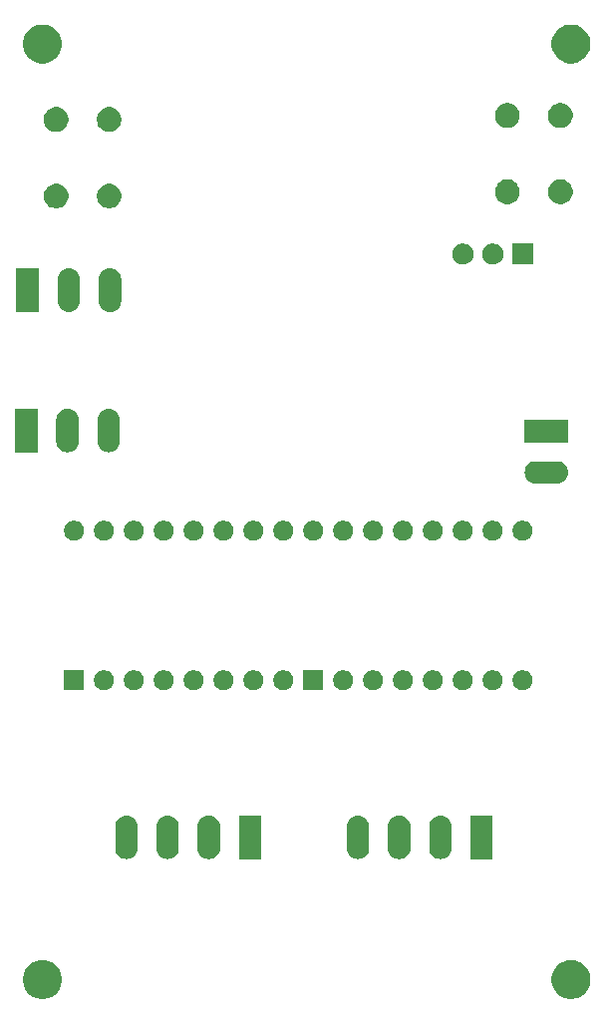
<source format=gbr>
G04 #@! TF.GenerationSoftware,KiCad,Pcbnew,(5.1.6)-1*
G04 #@! TF.CreationDate,2020-05-30T15:14:58+10:00*
G04 #@! TF.ProjectId,sand_drawing,73616e64-5f64-4726-9177-696e672e6b69,rev?*
G04 #@! TF.SameCoordinates,Original*
G04 #@! TF.FileFunction,Soldermask,Bot*
G04 #@! TF.FilePolarity,Negative*
%FSLAX46Y46*%
G04 Gerber Fmt 4.6, Leading zero omitted, Abs format (unit mm)*
G04 Created by KiCad (PCBNEW (5.1.6)-1) date 2020-05-30 15:14:58*
%MOMM*%
%LPD*%
G01*
G04 APERTURE LIST*
%ADD10C,0.100000*%
G04 APERTURE END LIST*
D10*
G36*
X146725256Y-157791298D02*
G01*
X146831579Y-157812447D01*
X147132042Y-157936903D01*
X147402451Y-158117585D01*
X147632415Y-158347549D01*
X147813097Y-158617958D01*
X147937553Y-158918421D01*
X148001000Y-159237391D01*
X148001000Y-159562609D01*
X147937553Y-159881579D01*
X147813097Y-160182042D01*
X147632415Y-160452451D01*
X147402451Y-160682415D01*
X147132042Y-160863097D01*
X146831579Y-160987553D01*
X146725256Y-161008702D01*
X146512611Y-161051000D01*
X146187389Y-161051000D01*
X145974744Y-161008702D01*
X145868421Y-160987553D01*
X145567958Y-160863097D01*
X145297549Y-160682415D01*
X145067585Y-160452451D01*
X144886903Y-160182042D01*
X144762447Y-159881579D01*
X144699000Y-159562609D01*
X144699000Y-159237391D01*
X144762447Y-158918421D01*
X144886903Y-158617958D01*
X145067585Y-158347549D01*
X145297549Y-158117585D01*
X145567958Y-157936903D01*
X145868421Y-157812447D01*
X145974744Y-157791298D01*
X146187389Y-157749000D01*
X146512611Y-157749000D01*
X146725256Y-157791298D01*
G37*
G36*
X101825256Y-157791298D02*
G01*
X101931579Y-157812447D01*
X102232042Y-157936903D01*
X102502451Y-158117585D01*
X102732415Y-158347549D01*
X102913097Y-158617958D01*
X103037553Y-158918421D01*
X103101000Y-159237391D01*
X103101000Y-159562609D01*
X103037553Y-159881579D01*
X102913097Y-160182042D01*
X102732415Y-160452451D01*
X102502451Y-160682415D01*
X102232042Y-160863097D01*
X101931579Y-160987553D01*
X101825256Y-161008702D01*
X101612611Y-161051000D01*
X101287389Y-161051000D01*
X101074744Y-161008702D01*
X100968421Y-160987553D01*
X100667958Y-160863097D01*
X100397549Y-160682415D01*
X100167585Y-160452451D01*
X99986903Y-160182042D01*
X99862447Y-159881579D01*
X99799000Y-159562609D01*
X99799000Y-159237391D01*
X99862447Y-158918421D01*
X99986903Y-158617958D01*
X100167585Y-158347549D01*
X100397549Y-158117585D01*
X100667958Y-157936903D01*
X100968421Y-157812447D01*
X101074744Y-157791298D01*
X101287389Y-157749000D01*
X101612611Y-157749000D01*
X101825256Y-157791298D01*
G37*
G36*
X115771425Y-145482760D02*
G01*
X115771428Y-145482761D01*
X115771429Y-145482761D01*
X115950693Y-145537140D01*
X115950696Y-145537142D01*
X115950697Y-145537142D01*
X116115903Y-145625446D01*
X116260712Y-145744288D01*
X116379554Y-145889097D01*
X116467858Y-146054303D01*
X116467860Y-146054307D01*
X116522239Y-146233571D01*
X116522240Y-146233575D01*
X116536000Y-146373282D01*
X116536000Y-148266718D01*
X116522240Y-148406425D01*
X116522239Y-148406428D01*
X116522239Y-148406429D01*
X116467860Y-148585693D01*
X116467858Y-148585696D01*
X116467858Y-148585697D01*
X116379554Y-148750903D01*
X116260712Y-148895712D01*
X116115903Y-149014554D01*
X115950696Y-149102858D01*
X115950692Y-149102860D01*
X115771428Y-149157239D01*
X115771427Y-149157239D01*
X115771424Y-149157240D01*
X115585000Y-149175601D01*
X115398575Y-149157240D01*
X115398572Y-149157239D01*
X115398571Y-149157239D01*
X115219307Y-149102860D01*
X115219303Y-149102858D01*
X115054097Y-149014554D01*
X114909288Y-148895712D01*
X114790446Y-148750903D01*
X114702142Y-148585696D01*
X114702141Y-148585693D01*
X114702140Y-148585692D01*
X114647761Y-148406428D01*
X114647761Y-148406427D01*
X114647760Y-148406424D01*
X114634000Y-148266717D01*
X114634000Y-146373283D01*
X114647761Y-146233575D01*
X114647762Y-146233571D01*
X114702141Y-146054307D01*
X114702143Y-146054303D01*
X114790447Y-145889097D01*
X114909289Y-145744288D01*
X115054098Y-145625446D01*
X115219304Y-145537142D01*
X115219305Y-145537142D01*
X115219308Y-145537140D01*
X115398572Y-145482761D01*
X115398573Y-145482761D01*
X115398576Y-145482760D01*
X115585000Y-145464399D01*
X115771425Y-145482760D01*
G37*
G36*
X128441425Y-145482760D02*
G01*
X128441428Y-145482761D01*
X128441429Y-145482761D01*
X128620693Y-145537140D01*
X128620696Y-145537142D01*
X128620697Y-145537142D01*
X128785903Y-145625446D01*
X128930712Y-145744288D01*
X129049554Y-145889097D01*
X129137858Y-146054303D01*
X129137860Y-146054307D01*
X129192239Y-146233571D01*
X129192240Y-146233575D01*
X129206000Y-146373282D01*
X129206000Y-148266718D01*
X129192240Y-148406425D01*
X129192239Y-148406428D01*
X129192239Y-148406429D01*
X129137860Y-148585693D01*
X129137858Y-148585696D01*
X129137858Y-148585697D01*
X129049554Y-148750903D01*
X128930712Y-148895712D01*
X128785903Y-149014554D01*
X128620696Y-149102858D01*
X128620692Y-149102860D01*
X128441428Y-149157239D01*
X128441427Y-149157239D01*
X128441424Y-149157240D01*
X128255000Y-149175601D01*
X128068575Y-149157240D01*
X128068572Y-149157239D01*
X128068571Y-149157239D01*
X127889307Y-149102860D01*
X127889303Y-149102858D01*
X127724097Y-149014554D01*
X127579288Y-148895712D01*
X127460446Y-148750903D01*
X127372142Y-148585696D01*
X127372141Y-148585693D01*
X127372140Y-148585692D01*
X127317761Y-148406428D01*
X127317761Y-148406427D01*
X127317760Y-148406424D01*
X127304000Y-148266717D01*
X127304000Y-146373283D01*
X127317761Y-146233575D01*
X127317762Y-146233571D01*
X127372141Y-146054307D01*
X127372143Y-146054303D01*
X127460447Y-145889097D01*
X127579289Y-145744288D01*
X127724098Y-145625446D01*
X127889304Y-145537142D01*
X127889305Y-145537142D01*
X127889308Y-145537140D01*
X128068572Y-145482761D01*
X128068573Y-145482761D01*
X128068576Y-145482760D01*
X128255000Y-145464399D01*
X128441425Y-145482760D01*
G37*
G36*
X131941425Y-145482760D02*
G01*
X131941428Y-145482761D01*
X131941429Y-145482761D01*
X132120693Y-145537140D01*
X132120696Y-145537142D01*
X132120697Y-145537142D01*
X132285903Y-145625446D01*
X132430712Y-145744288D01*
X132549554Y-145889097D01*
X132637858Y-146054303D01*
X132637860Y-146054307D01*
X132692239Y-146233571D01*
X132692240Y-146233575D01*
X132706000Y-146373282D01*
X132706000Y-148266718D01*
X132692240Y-148406425D01*
X132692239Y-148406428D01*
X132692239Y-148406429D01*
X132637860Y-148585693D01*
X132637858Y-148585696D01*
X132637858Y-148585697D01*
X132549554Y-148750903D01*
X132430712Y-148895712D01*
X132285903Y-149014554D01*
X132120696Y-149102858D01*
X132120692Y-149102860D01*
X131941428Y-149157239D01*
X131941427Y-149157239D01*
X131941424Y-149157240D01*
X131755000Y-149175601D01*
X131568575Y-149157240D01*
X131568572Y-149157239D01*
X131568571Y-149157239D01*
X131389307Y-149102860D01*
X131389303Y-149102858D01*
X131224097Y-149014554D01*
X131079288Y-148895712D01*
X130960446Y-148750903D01*
X130872142Y-148585696D01*
X130872141Y-148585693D01*
X130872140Y-148585692D01*
X130817761Y-148406428D01*
X130817761Y-148406427D01*
X130817760Y-148406424D01*
X130804000Y-148266717D01*
X130804000Y-146373283D01*
X130817761Y-146233575D01*
X130817762Y-146233571D01*
X130872141Y-146054307D01*
X130872143Y-146054303D01*
X130960447Y-145889097D01*
X131079289Y-145744288D01*
X131224098Y-145625446D01*
X131389304Y-145537142D01*
X131389305Y-145537142D01*
X131389308Y-145537140D01*
X131568572Y-145482761D01*
X131568573Y-145482761D01*
X131568576Y-145482760D01*
X131755000Y-145464399D01*
X131941425Y-145482760D01*
G37*
G36*
X135441425Y-145482760D02*
G01*
X135441428Y-145482761D01*
X135441429Y-145482761D01*
X135620693Y-145537140D01*
X135620696Y-145537142D01*
X135620697Y-145537142D01*
X135785903Y-145625446D01*
X135930712Y-145744288D01*
X136049554Y-145889097D01*
X136137858Y-146054303D01*
X136137860Y-146054307D01*
X136192239Y-146233571D01*
X136192240Y-146233575D01*
X136206000Y-146373282D01*
X136206000Y-148266718D01*
X136192240Y-148406425D01*
X136192239Y-148406428D01*
X136192239Y-148406429D01*
X136137860Y-148585693D01*
X136137858Y-148585696D01*
X136137858Y-148585697D01*
X136049554Y-148750903D01*
X135930712Y-148895712D01*
X135785903Y-149014554D01*
X135620696Y-149102858D01*
X135620692Y-149102860D01*
X135441428Y-149157239D01*
X135441427Y-149157239D01*
X135441424Y-149157240D01*
X135255000Y-149175601D01*
X135068575Y-149157240D01*
X135068572Y-149157239D01*
X135068571Y-149157239D01*
X134889307Y-149102860D01*
X134889303Y-149102858D01*
X134724097Y-149014554D01*
X134579288Y-148895712D01*
X134460446Y-148750903D01*
X134372142Y-148585696D01*
X134372141Y-148585693D01*
X134372140Y-148585692D01*
X134317761Y-148406428D01*
X134317761Y-148406427D01*
X134317760Y-148406424D01*
X134304000Y-148266717D01*
X134304000Y-146373283D01*
X134317761Y-146233575D01*
X134317762Y-146233571D01*
X134372141Y-146054307D01*
X134372143Y-146054303D01*
X134460447Y-145889097D01*
X134579289Y-145744288D01*
X134724098Y-145625446D01*
X134889304Y-145537142D01*
X134889305Y-145537142D01*
X134889308Y-145537140D01*
X135068572Y-145482761D01*
X135068573Y-145482761D01*
X135068576Y-145482760D01*
X135255000Y-145464399D01*
X135441425Y-145482760D01*
G37*
G36*
X108771425Y-145482760D02*
G01*
X108771428Y-145482761D01*
X108771429Y-145482761D01*
X108950693Y-145537140D01*
X108950696Y-145537142D01*
X108950697Y-145537142D01*
X109115903Y-145625446D01*
X109260712Y-145744288D01*
X109379554Y-145889097D01*
X109467858Y-146054303D01*
X109467860Y-146054307D01*
X109522239Y-146233571D01*
X109522240Y-146233575D01*
X109536000Y-146373282D01*
X109536000Y-148266718D01*
X109522240Y-148406425D01*
X109522239Y-148406428D01*
X109522239Y-148406429D01*
X109467860Y-148585693D01*
X109467858Y-148585696D01*
X109467858Y-148585697D01*
X109379554Y-148750903D01*
X109260712Y-148895712D01*
X109115903Y-149014554D01*
X108950696Y-149102858D01*
X108950692Y-149102860D01*
X108771428Y-149157239D01*
X108771427Y-149157239D01*
X108771424Y-149157240D01*
X108585000Y-149175601D01*
X108398575Y-149157240D01*
X108398572Y-149157239D01*
X108398571Y-149157239D01*
X108219307Y-149102860D01*
X108219303Y-149102858D01*
X108054097Y-149014554D01*
X107909288Y-148895712D01*
X107790446Y-148750903D01*
X107702142Y-148585696D01*
X107702141Y-148585693D01*
X107702140Y-148585692D01*
X107647761Y-148406428D01*
X107647761Y-148406427D01*
X107647760Y-148406424D01*
X107634000Y-148266717D01*
X107634000Y-146373283D01*
X107647761Y-146233575D01*
X107647762Y-146233571D01*
X107702141Y-146054307D01*
X107702143Y-146054303D01*
X107790447Y-145889097D01*
X107909289Y-145744288D01*
X108054098Y-145625446D01*
X108219304Y-145537142D01*
X108219305Y-145537142D01*
X108219308Y-145537140D01*
X108398572Y-145482761D01*
X108398573Y-145482761D01*
X108398576Y-145482760D01*
X108585000Y-145464399D01*
X108771425Y-145482760D01*
G37*
G36*
X112271425Y-145482760D02*
G01*
X112271428Y-145482761D01*
X112271429Y-145482761D01*
X112450693Y-145537140D01*
X112450696Y-145537142D01*
X112450697Y-145537142D01*
X112615903Y-145625446D01*
X112760712Y-145744288D01*
X112879554Y-145889097D01*
X112967858Y-146054303D01*
X112967860Y-146054307D01*
X113022239Y-146233571D01*
X113022240Y-146233575D01*
X113036000Y-146373282D01*
X113036000Y-148266718D01*
X113022240Y-148406425D01*
X113022239Y-148406428D01*
X113022239Y-148406429D01*
X112967860Y-148585693D01*
X112967858Y-148585696D01*
X112967858Y-148585697D01*
X112879554Y-148750903D01*
X112760712Y-148895712D01*
X112615903Y-149014554D01*
X112450696Y-149102858D01*
X112450692Y-149102860D01*
X112271428Y-149157239D01*
X112271427Y-149157239D01*
X112271424Y-149157240D01*
X112085000Y-149175601D01*
X111898575Y-149157240D01*
X111898572Y-149157239D01*
X111898571Y-149157239D01*
X111719307Y-149102860D01*
X111719303Y-149102858D01*
X111554097Y-149014554D01*
X111409288Y-148895712D01*
X111290446Y-148750903D01*
X111202142Y-148585696D01*
X111202141Y-148585693D01*
X111202140Y-148585692D01*
X111147761Y-148406428D01*
X111147761Y-148406427D01*
X111147760Y-148406424D01*
X111134000Y-148266717D01*
X111134000Y-146373283D01*
X111147761Y-146233575D01*
X111147762Y-146233571D01*
X111202141Y-146054307D01*
X111202143Y-146054303D01*
X111290447Y-145889097D01*
X111409289Y-145744288D01*
X111554098Y-145625446D01*
X111719304Y-145537142D01*
X111719305Y-145537142D01*
X111719308Y-145537140D01*
X111898572Y-145482761D01*
X111898573Y-145482761D01*
X111898576Y-145482760D01*
X112085000Y-145464399D01*
X112271425Y-145482760D01*
G37*
G36*
X139706000Y-149171000D02*
G01*
X137804000Y-149171000D01*
X137804000Y-145469000D01*
X139706000Y-145469000D01*
X139706000Y-149171000D01*
G37*
G36*
X120036000Y-149171000D02*
G01*
X118134000Y-149171000D01*
X118134000Y-145469000D01*
X120036000Y-145469000D01*
X120036000Y-149171000D01*
G37*
G36*
X117088228Y-133166703D02*
G01*
X117243100Y-133230853D01*
X117382481Y-133323985D01*
X117501015Y-133442519D01*
X117594147Y-133581900D01*
X117658297Y-133736772D01*
X117691000Y-133901184D01*
X117691000Y-134068816D01*
X117658297Y-134233228D01*
X117594147Y-134388100D01*
X117501015Y-134527481D01*
X117382481Y-134646015D01*
X117243100Y-134739147D01*
X117088228Y-134803297D01*
X116923816Y-134836000D01*
X116756184Y-134836000D01*
X116591772Y-134803297D01*
X116436900Y-134739147D01*
X116297519Y-134646015D01*
X116178985Y-134527481D01*
X116085853Y-134388100D01*
X116021703Y-134233228D01*
X115989000Y-134068816D01*
X115989000Y-133901184D01*
X116021703Y-133736772D01*
X116085853Y-133581900D01*
X116178985Y-133442519D01*
X116297519Y-133323985D01*
X116436900Y-133230853D01*
X116591772Y-133166703D01*
X116756184Y-133134000D01*
X116923816Y-133134000D01*
X117088228Y-133166703D01*
G37*
G36*
X137408228Y-133166703D02*
G01*
X137563100Y-133230853D01*
X137702481Y-133323985D01*
X137821015Y-133442519D01*
X137914147Y-133581900D01*
X137978297Y-133736772D01*
X138011000Y-133901184D01*
X138011000Y-134068816D01*
X137978297Y-134233228D01*
X137914147Y-134388100D01*
X137821015Y-134527481D01*
X137702481Y-134646015D01*
X137563100Y-134739147D01*
X137408228Y-134803297D01*
X137243816Y-134836000D01*
X137076184Y-134836000D01*
X136911772Y-134803297D01*
X136756900Y-134739147D01*
X136617519Y-134646015D01*
X136498985Y-134527481D01*
X136405853Y-134388100D01*
X136341703Y-134233228D01*
X136309000Y-134068816D01*
X136309000Y-133901184D01*
X136341703Y-133736772D01*
X136405853Y-133581900D01*
X136498985Y-133442519D01*
X136617519Y-133323985D01*
X136756900Y-133230853D01*
X136911772Y-133166703D01*
X137076184Y-133134000D01*
X137243816Y-133134000D01*
X137408228Y-133166703D01*
G37*
G36*
X142488228Y-133166703D02*
G01*
X142643100Y-133230853D01*
X142782481Y-133323985D01*
X142901015Y-133442519D01*
X142994147Y-133581900D01*
X143058297Y-133736772D01*
X143091000Y-133901184D01*
X143091000Y-134068816D01*
X143058297Y-134233228D01*
X142994147Y-134388100D01*
X142901015Y-134527481D01*
X142782481Y-134646015D01*
X142643100Y-134739147D01*
X142488228Y-134803297D01*
X142323816Y-134836000D01*
X142156184Y-134836000D01*
X141991772Y-134803297D01*
X141836900Y-134739147D01*
X141697519Y-134646015D01*
X141578985Y-134527481D01*
X141485853Y-134388100D01*
X141421703Y-134233228D01*
X141389000Y-134068816D01*
X141389000Y-133901184D01*
X141421703Y-133736772D01*
X141485853Y-133581900D01*
X141578985Y-133442519D01*
X141697519Y-133323985D01*
X141836900Y-133230853D01*
X141991772Y-133166703D01*
X142156184Y-133134000D01*
X142323816Y-133134000D01*
X142488228Y-133166703D01*
G37*
G36*
X139948228Y-133166703D02*
G01*
X140103100Y-133230853D01*
X140242481Y-133323985D01*
X140361015Y-133442519D01*
X140454147Y-133581900D01*
X140518297Y-133736772D01*
X140551000Y-133901184D01*
X140551000Y-134068816D01*
X140518297Y-134233228D01*
X140454147Y-134388100D01*
X140361015Y-134527481D01*
X140242481Y-134646015D01*
X140103100Y-134739147D01*
X139948228Y-134803297D01*
X139783816Y-134836000D01*
X139616184Y-134836000D01*
X139451772Y-134803297D01*
X139296900Y-134739147D01*
X139157519Y-134646015D01*
X139038985Y-134527481D01*
X138945853Y-134388100D01*
X138881703Y-134233228D01*
X138849000Y-134068816D01*
X138849000Y-133901184D01*
X138881703Y-133736772D01*
X138945853Y-133581900D01*
X139038985Y-133442519D01*
X139157519Y-133323985D01*
X139296900Y-133230853D01*
X139451772Y-133166703D01*
X139616184Y-133134000D01*
X139783816Y-133134000D01*
X139948228Y-133166703D01*
G37*
G36*
X104991000Y-134836000D02*
G01*
X103289000Y-134836000D01*
X103289000Y-133134000D01*
X104991000Y-133134000D01*
X104991000Y-134836000D01*
G37*
G36*
X106928228Y-133166703D02*
G01*
X107083100Y-133230853D01*
X107222481Y-133323985D01*
X107341015Y-133442519D01*
X107434147Y-133581900D01*
X107498297Y-133736772D01*
X107531000Y-133901184D01*
X107531000Y-134068816D01*
X107498297Y-134233228D01*
X107434147Y-134388100D01*
X107341015Y-134527481D01*
X107222481Y-134646015D01*
X107083100Y-134739147D01*
X106928228Y-134803297D01*
X106763816Y-134836000D01*
X106596184Y-134836000D01*
X106431772Y-134803297D01*
X106276900Y-134739147D01*
X106137519Y-134646015D01*
X106018985Y-134527481D01*
X105925853Y-134388100D01*
X105861703Y-134233228D01*
X105829000Y-134068816D01*
X105829000Y-133901184D01*
X105861703Y-133736772D01*
X105925853Y-133581900D01*
X106018985Y-133442519D01*
X106137519Y-133323985D01*
X106276900Y-133230853D01*
X106431772Y-133166703D01*
X106596184Y-133134000D01*
X106763816Y-133134000D01*
X106928228Y-133166703D01*
G37*
G36*
X109468228Y-133166703D02*
G01*
X109623100Y-133230853D01*
X109762481Y-133323985D01*
X109881015Y-133442519D01*
X109974147Y-133581900D01*
X110038297Y-133736772D01*
X110071000Y-133901184D01*
X110071000Y-134068816D01*
X110038297Y-134233228D01*
X109974147Y-134388100D01*
X109881015Y-134527481D01*
X109762481Y-134646015D01*
X109623100Y-134739147D01*
X109468228Y-134803297D01*
X109303816Y-134836000D01*
X109136184Y-134836000D01*
X108971772Y-134803297D01*
X108816900Y-134739147D01*
X108677519Y-134646015D01*
X108558985Y-134527481D01*
X108465853Y-134388100D01*
X108401703Y-134233228D01*
X108369000Y-134068816D01*
X108369000Y-133901184D01*
X108401703Y-133736772D01*
X108465853Y-133581900D01*
X108558985Y-133442519D01*
X108677519Y-133323985D01*
X108816900Y-133230853D01*
X108971772Y-133166703D01*
X109136184Y-133134000D01*
X109303816Y-133134000D01*
X109468228Y-133166703D01*
G37*
G36*
X112008228Y-133166703D02*
G01*
X112163100Y-133230853D01*
X112302481Y-133323985D01*
X112421015Y-133442519D01*
X112514147Y-133581900D01*
X112578297Y-133736772D01*
X112611000Y-133901184D01*
X112611000Y-134068816D01*
X112578297Y-134233228D01*
X112514147Y-134388100D01*
X112421015Y-134527481D01*
X112302481Y-134646015D01*
X112163100Y-134739147D01*
X112008228Y-134803297D01*
X111843816Y-134836000D01*
X111676184Y-134836000D01*
X111511772Y-134803297D01*
X111356900Y-134739147D01*
X111217519Y-134646015D01*
X111098985Y-134527481D01*
X111005853Y-134388100D01*
X110941703Y-134233228D01*
X110909000Y-134068816D01*
X110909000Y-133901184D01*
X110941703Y-133736772D01*
X111005853Y-133581900D01*
X111098985Y-133442519D01*
X111217519Y-133323985D01*
X111356900Y-133230853D01*
X111511772Y-133166703D01*
X111676184Y-133134000D01*
X111843816Y-133134000D01*
X112008228Y-133166703D01*
G37*
G36*
X114548228Y-133166703D02*
G01*
X114703100Y-133230853D01*
X114842481Y-133323985D01*
X114961015Y-133442519D01*
X115054147Y-133581900D01*
X115118297Y-133736772D01*
X115151000Y-133901184D01*
X115151000Y-134068816D01*
X115118297Y-134233228D01*
X115054147Y-134388100D01*
X114961015Y-134527481D01*
X114842481Y-134646015D01*
X114703100Y-134739147D01*
X114548228Y-134803297D01*
X114383816Y-134836000D01*
X114216184Y-134836000D01*
X114051772Y-134803297D01*
X113896900Y-134739147D01*
X113757519Y-134646015D01*
X113638985Y-134527481D01*
X113545853Y-134388100D01*
X113481703Y-134233228D01*
X113449000Y-134068816D01*
X113449000Y-133901184D01*
X113481703Y-133736772D01*
X113545853Y-133581900D01*
X113638985Y-133442519D01*
X113757519Y-133323985D01*
X113896900Y-133230853D01*
X114051772Y-133166703D01*
X114216184Y-133134000D01*
X114383816Y-133134000D01*
X114548228Y-133166703D01*
G37*
G36*
X119628228Y-133166703D02*
G01*
X119783100Y-133230853D01*
X119922481Y-133323985D01*
X120041015Y-133442519D01*
X120134147Y-133581900D01*
X120198297Y-133736772D01*
X120231000Y-133901184D01*
X120231000Y-134068816D01*
X120198297Y-134233228D01*
X120134147Y-134388100D01*
X120041015Y-134527481D01*
X119922481Y-134646015D01*
X119783100Y-134739147D01*
X119628228Y-134803297D01*
X119463816Y-134836000D01*
X119296184Y-134836000D01*
X119131772Y-134803297D01*
X118976900Y-134739147D01*
X118837519Y-134646015D01*
X118718985Y-134527481D01*
X118625853Y-134388100D01*
X118561703Y-134233228D01*
X118529000Y-134068816D01*
X118529000Y-133901184D01*
X118561703Y-133736772D01*
X118625853Y-133581900D01*
X118718985Y-133442519D01*
X118837519Y-133323985D01*
X118976900Y-133230853D01*
X119131772Y-133166703D01*
X119296184Y-133134000D01*
X119463816Y-133134000D01*
X119628228Y-133166703D01*
G37*
G36*
X122168228Y-133166703D02*
G01*
X122323100Y-133230853D01*
X122462481Y-133323985D01*
X122581015Y-133442519D01*
X122674147Y-133581900D01*
X122738297Y-133736772D01*
X122771000Y-133901184D01*
X122771000Y-134068816D01*
X122738297Y-134233228D01*
X122674147Y-134388100D01*
X122581015Y-134527481D01*
X122462481Y-134646015D01*
X122323100Y-134739147D01*
X122168228Y-134803297D01*
X122003816Y-134836000D01*
X121836184Y-134836000D01*
X121671772Y-134803297D01*
X121516900Y-134739147D01*
X121377519Y-134646015D01*
X121258985Y-134527481D01*
X121165853Y-134388100D01*
X121101703Y-134233228D01*
X121069000Y-134068816D01*
X121069000Y-133901184D01*
X121101703Y-133736772D01*
X121165853Y-133581900D01*
X121258985Y-133442519D01*
X121377519Y-133323985D01*
X121516900Y-133230853D01*
X121671772Y-133166703D01*
X121836184Y-133134000D01*
X122003816Y-133134000D01*
X122168228Y-133166703D01*
G37*
G36*
X125311000Y-134836000D02*
G01*
X123609000Y-134836000D01*
X123609000Y-133134000D01*
X125311000Y-133134000D01*
X125311000Y-134836000D01*
G37*
G36*
X127248228Y-133166703D02*
G01*
X127403100Y-133230853D01*
X127542481Y-133323985D01*
X127661015Y-133442519D01*
X127754147Y-133581900D01*
X127818297Y-133736772D01*
X127851000Y-133901184D01*
X127851000Y-134068816D01*
X127818297Y-134233228D01*
X127754147Y-134388100D01*
X127661015Y-134527481D01*
X127542481Y-134646015D01*
X127403100Y-134739147D01*
X127248228Y-134803297D01*
X127083816Y-134836000D01*
X126916184Y-134836000D01*
X126751772Y-134803297D01*
X126596900Y-134739147D01*
X126457519Y-134646015D01*
X126338985Y-134527481D01*
X126245853Y-134388100D01*
X126181703Y-134233228D01*
X126149000Y-134068816D01*
X126149000Y-133901184D01*
X126181703Y-133736772D01*
X126245853Y-133581900D01*
X126338985Y-133442519D01*
X126457519Y-133323985D01*
X126596900Y-133230853D01*
X126751772Y-133166703D01*
X126916184Y-133134000D01*
X127083816Y-133134000D01*
X127248228Y-133166703D01*
G37*
G36*
X129788228Y-133166703D02*
G01*
X129943100Y-133230853D01*
X130082481Y-133323985D01*
X130201015Y-133442519D01*
X130294147Y-133581900D01*
X130358297Y-133736772D01*
X130391000Y-133901184D01*
X130391000Y-134068816D01*
X130358297Y-134233228D01*
X130294147Y-134388100D01*
X130201015Y-134527481D01*
X130082481Y-134646015D01*
X129943100Y-134739147D01*
X129788228Y-134803297D01*
X129623816Y-134836000D01*
X129456184Y-134836000D01*
X129291772Y-134803297D01*
X129136900Y-134739147D01*
X128997519Y-134646015D01*
X128878985Y-134527481D01*
X128785853Y-134388100D01*
X128721703Y-134233228D01*
X128689000Y-134068816D01*
X128689000Y-133901184D01*
X128721703Y-133736772D01*
X128785853Y-133581900D01*
X128878985Y-133442519D01*
X128997519Y-133323985D01*
X129136900Y-133230853D01*
X129291772Y-133166703D01*
X129456184Y-133134000D01*
X129623816Y-133134000D01*
X129788228Y-133166703D01*
G37*
G36*
X134868228Y-133166703D02*
G01*
X135023100Y-133230853D01*
X135162481Y-133323985D01*
X135281015Y-133442519D01*
X135374147Y-133581900D01*
X135438297Y-133736772D01*
X135471000Y-133901184D01*
X135471000Y-134068816D01*
X135438297Y-134233228D01*
X135374147Y-134388100D01*
X135281015Y-134527481D01*
X135162481Y-134646015D01*
X135023100Y-134739147D01*
X134868228Y-134803297D01*
X134703816Y-134836000D01*
X134536184Y-134836000D01*
X134371772Y-134803297D01*
X134216900Y-134739147D01*
X134077519Y-134646015D01*
X133958985Y-134527481D01*
X133865853Y-134388100D01*
X133801703Y-134233228D01*
X133769000Y-134068816D01*
X133769000Y-133901184D01*
X133801703Y-133736772D01*
X133865853Y-133581900D01*
X133958985Y-133442519D01*
X134077519Y-133323985D01*
X134216900Y-133230853D01*
X134371772Y-133166703D01*
X134536184Y-133134000D01*
X134703816Y-133134000D01*
X134868228Y-133166703D01*
G37*
G36*
X132328228Y-133166703D02*
G01*
X132483100Y-133230853D01*
X132622481Y-133323985D01*
X132741015Y-133442519D01*
X132834147Y-133581900D01*
X132898297Y-133736772D01*
X132931000Y-133901184D01*
X132931000Y-134068816D01*
X132898297Y-134233228D01*
X132834147Y-134388100D01*
X132741015Y-134527481D01*
X132622481Y-134646015D01*
X132483100Y-134739147D01*
X132328228Y-134803297D01*
X132163816Y-134836000D01*
X131996184Y-134836000D01*
X131831772Y-134803297D01*
X131676900Y-134739147D01*
X131537519Y-134646015D01*
X131418985Y-134527481D01*
X131325853Y-134388100D01*
X131261703Y-134233228D01*
X131229000Y-134068816D01*
X131229000Y-133901184D01*
X131261703Y-133736772D01*
X131325853Y-133581900D01*
X131418985Y-133442519D01*
X131537519Y-133323985D01*
X131676900Y-133230853D01*
X131831772Y-133166703D01*
X131996184Y-133134000D01*
X132163816Y-133134000D01*
X132328228Y-133166703D01*
G37*
G36*
X114548228Y-120466703D02*
G01*
X114703100Y-120530853D01*
X114842481Y-120623985D01*
X114961015Y-120742519D01*
X115054147Y-120881900D01*
X115118297Y-121036772D01*
X115151000Y-121201184D01*
X115151000Y-121368816D01*
X115118297Y-121533228D01*
X115054147Y-121688100D01*
X114961015Y-121827481D01*
X114842481Y-121946015D01*
X114703100Y-122039147D01*
X114548228Y-122103297D01*
X114383816Y-122136000D01*
X114216184Y-122136000D01*
X114051772Y-122103297D01*
X113896900Y-122039147D01*
X113757519Y-121946015D01*
X113638985Y-121827481D01*
X113545853Y-121688100D01*
X113481703Y-121533228D01*
X113449000Y-121368816D01*
X113449000Y-121201184D01*
X113481703Y-121036772D01*
X113545853Y-120881900D01*
X113638985Y-120742519D01*
X113757519Y-120623985D01*
X113896900Y-120530853D01*
X114051772Y-120466703D01*
X114216184Y-120434000D01*
X114383816Y-120434000D01*
X114548228Y-120466703D01*
G37*
G36*
X137408228Y-120466703D02*
G01*
X137563100Y-120530853D01*
X137702481Y-120623985D01*
X137821015Y-120742519D01*
X137914147Y-120881900D01*
X137978297Y-121036772D01*
X138011000Y-121201184D01*
X138011000Y-121368816D01*
X137978297Y-121533228D01*
X137914147Y-121688100D01*
X137821015Y-121827481D01*
X137702481Y-121946015D01*
X137563100Y-122039147D01*
X137408228Y-122103297D01*
X137243816Y-122136000D01*
X137076184Y-122136000D01*
X136911772Y-122103297D01*
X136756900Y-122039147D01*
X136617519Y-121946015D01*
X136498985Y-121827481D01*
X136405853Y-121688100D01*
X136341703Y-121533228D01*
X136309000Y-121368816D01*
X136309000Y-121201184D01*
X136341703Y-121036772D01*
X136405853Y-120881900D01*
X136498985Y-120742519D01*
X136617519Y-120623985D01*
X136756900Y-120530853D01*
X136911772Y-120466703D01*
X137076184Y-120434000D01*
X137243816Y-120434000D01*
X137408228Y-120466703D01*
G37*
G36*
X139948228Y-120466703D02*
G01*
X140103100Y-120530853D01*
X140242481Y-120623985D01*
X140361015Y-120742519D01*
X140454147Y-120881900D01*
X140518297Y-121036772D01*
X140551000Y-121201184D01*
X140551000Y-121368816D01*
X140518297Y-121533228D01*
X140454147Y-121688100D01*
X140361015Y-121827481D01*
X140242481Y-121946015D01*
X140103100Y-122039147D01*
X139948228Y-122103297D01*
X139783816Y-122136000D01*
X139616184Y-122136000D01*
X139451772Y-122103297D01*
X139296900Y-122039147D01*
X139157519Y-121946015D01*
X139038985Y-121827481D01*
X138945853Y-121688100D01*
X138881703Y-121533228D01*
X138849000Y-121368816D01*
X138849000Y-121201184D01*
X138881703Y-121036772D01*
X138945853Y-120881900D01*
X139038985Y-120742519D01*
X139157519Y-120623985D01*
X139296900Y-120530853D01*
X139451772Y-120466703D01*
X139616184Y-120434000D01*
X139783816Y-120434000D01*
X139948228Y-120466703D01*
G37*
G36*
X132328228Y-120466703D02*
G01*
X132483100Y-120530853D01*
X132622481Y-120623985D01*
X132741015Y-120742519D01*
X132834147Y-120881900D01*
X132898297Y-121036772D01*
X132931000Y-121201184D01*
X132931000Y-121368816D01*
X132898297Y-121533228D01*
X132834147Y-121688100D01*
X132741015Y-121827481D01*
X132622481Y-121946015D01*
X132483100Y-122039147D01*
X132328228Y-122103297D01*
X132163816Y-122136000D01*
X131996184Y-122136000D01*
X131831772Y-122103297D01*
X131676900Y-122039147D01*
X131537519Y-121946015D01*
X131418985Y-121827481D01*
X131325853Y-121688100D01*
X131261703Y-121533228D01*
X131229000Y-121368816D01*
X131229000Y-121201184D01*
X131261703Y-121036772D01*
X131325853Y-120881900D01*
X131418985Y-120742519D01*
X131537519Y-120623985D01*
X131676900Y-120530853D01*
X131831772Y-120466703D01*
X131996184Y-120434000D01*
X132163816Y-120434000D01*
X132328228Y-120466703D01*
G37*
G36*
X142488228Y-120466703D02*
G01*
X142643100Y-120530853D01*
X142782481Y-120623985D01*
X142901015Y-120742519D01*
X142994147Y-120881900D01*
X143058297Y-121036772D01*
X143091000Y-121201184D01*
X143091000Y-121368816D01*
X143058297Y-121533228D01*
X142994147Y-121688100D01*
X142901015Y-121827481D01*
X142782481Y-121946015D01*
X142643100Y-122039147D01*
X142488228Y-122103297D01*
X142323816Y-122136000D01*
X142156184Y-122136000D01*
X141991772Y-122103297D01*
X141836900Y-122039147D01*
X141697519Y-121946015D01*
X141578985Y-121827481D01*
X141485853Y-121688100D01*
X141421703Y-121533228D01*
X141389000Y-121368816D01*
X141389000Y-121201184D01*
X141421703Y-121036772D01*
X141485853Y-120881900D01*
X141578985Y-120742519D01*
X141697519Y-120623985D01*
X141836900Y-120530853D01*
X141991772Y-120466703D01*
X142156184Y-120434000D01*
X142323816Y-120434000D01*
X142488228Y-120466703D01*
G37*
G36*
X104388228Y-120466703D02*
G01*
X104543100Y-120530853D01*
X104682481Y-120623985D01*
X104801015Y-120742519D01*
X104894147Y-120881900D01*
X104958297Y-121036772D01*
X104991000Y-121201184D01*
X104991000Y-121368816D01*
X104958297Y-121533228D01*
X104894147Y-121688100D01*
X104801015Y-121827481D01*
X104682481Y-121946015D01*
X104543100Y-122039147D01*
X104388228Y-122103297D01*
X104223816Y-122136000D01*
X104056184Y-122136000D01*
X103891772Y-122103297D01*
X103736900Y-122039147D01*
X103597519Y-121946015D01*
X103478985Y-121827481D01*
X103385853Y-121688100D01*
X103321703Y-121533228D01*
X103289000Y-121368816D01*
X103289000Y-121201184D01*
X103321703Y-121036772D01*
X103385853Y-120881900D01*
X103478985Y-120742519D01*
X103597519Y-120623985D01*
X103736900Y-120530853D01*
X103891772Y-120466703D01*
X104056184Y-120434000D01*
X104223816Y-120434000D01*
X104388228Y-120466703D01*
G37*
G36*
X129788228Y-120466703D02*
G01*
X129943100Y-120530853D01*
X130082481Y-120623985D01*
X130201015Y-120742519D01*
X130294147Y-120881900D01*
X130358297Y-121036772D01*
X130391000Y-121201184D01*
X130391000Y-121368816D01*
X130358297Y-121533228D01*
X130294147Y-121688100D01*
X130201015Y-121827481D01*
X130082481Y-121946015D01*
X129943100Y-122039147D01*
X129788228Y-122103297D01*
X129623816Y-122136000D01*
X129456184Y-122136000D01*
X129291772Y-122103297D01*
X129136900Y-122039147D01*
X128997519Y-121946015D01*
X128878985Y-121827481D01*
X128785853Y-121688100D01*
X128721703Y-121533228D01*
X128689000Y-121368816D01*
X128689000Y-121201184D01*
X128721703Y-121036772D01*
X128785853Y-120881900D01*
X128878985Y-120742519D01*
X128997519Y-120623985D01*
X129136900Y-120530853D01*
X129291772Y-120466703D01*
X129456184Y-120434000D01*
X129623816Y-120434000D01*
X129788228Y-120466703D01*
G37*
G36*
X106928228Y-120466703D02*
G01*
X107083100Y-120530853D01*
X107222481Y-120623985D01*
X107341015Y-120742519D01*
X107434147Y-120881900D01*
X107498297Y-121036772D01*
X107531000Y-121201184D01*
X107531000Y-121368816D01*
X107498297Y-121533228D01*
X107434147Y-121688100D01*
X107341015Y-121827481D01*
X107222481Y-121946015D01*
X107083100Y-122039147D01*
X106928228Y-122103297D01*
X106763816Y-122136000D01*
X106596184Y-122136000D01*
X106431772Y-122103297D01*
X106276900Y-122039147D01*
X106137519Y-121946015D01*
X106018985Y-121827481D01*
X105925853Y-121688100D01*
X105861703Y-121533228D01*
X105829000Y-121368816D01*
X105829000Y-121201184D01*
X105861703Y-121036772D01*
X105925853Y-120881900D01*
X106018985Y-120742519D01*
X106137519Y-120623985D01*
X106276900Y-120530853D01*
X106431772Y-120466703D01*
X106596184Y-120434000D01*
X106763816Y-120434000D01*
X106928228Y-120466703D01*
G37*
G36*
X127248228Y-120466703D02*
G01*
X127403100Y-120530853D01*
X127542481Y-120623985D01*
X127661015Y-120742519D01*
X127754147Y-120881900D01*
X127818297Y-121036772D01*
X127851000Y-121201184D01*
X127851000Y-121368816D01*
X127818297Y-121533228D01*
X127754147Y-121688100D01*
X127661015Y-121827481D01*
X127542481Y-121946015D01*
X127403100Y-122039147D01*
X127248228Y-122103297D01*
X127083816Y-122136000D01*
X126916184Y-122136000D01*
X126751772Y-122103297D01*
X126596900Y-122039147D01*
X126457519Y-121946015D01*
X126338985Y-121827481D01*
X126245853Y-121688100D01*
X126181703Y-121533228D01*
X126149000Y-121368816D01*
X126149000Y-121201184D01*
X126181703Y-121036772D01*
X126245853Y-120881900D01*
X126338985Y-120742519D01*
X126457519Y-120623985D01*
X126596900Y-120530853D01*
X126751772Y-120466703D01*
X126916184Y-120434000D01*
X127083816Y-120434000D01*
X127248228Y-120466703D01*
G37*
G36*
X112008228Y-120466703D02*
G01*
X112163100Y-120530853D01*
X112302481Y-120623985D01*
X112421015Y-120742519D01*
X112514147Y-120881900D01*
X112578297Y-121036772D01*
X112611000Y-121201184D01*
X112611000Y-121368816D01*
X112578297Y-121533228D01*
X112514147Y-121688100D01*
X112421015Y-121827481D01*
X112302481Y-121946015D01*
X112163100Y-122039147D01*
X112008228Y-122103297D01*
X111843816Y-122136000D01*
X111676184Y-122136000D01*
X111511772Y-122103297D01*
X111356900Y-122039147D01*
X111217519Y-121946015D01*
X111098985Y-121827481D01*
X111005853Y-121688100D01*
X110941703Y-121533228D01*
X110909000Y-121368816D01*
X110909000Y-121201184D01*
X110941703Y-121036772D01*
X111005853Y-120881900D01*
X111098985Y-120742519D01*
X111217519Y-120623985D01*
X111356900Y-120530853D01*
X111511772Y-120466703D01*
X111676184Y-120434000D01*
X111843816Y-120434000D01*
X112008228Y-120466703D01*
G37*
G36*
X117088228Y-120466703D02*
G01*
X117243100Y-120530853D01*
X117382481Y-120623985D01*
X117501015Y-120742519D01*
X117594147Y-120881900D01*
X117658297Y-121036772D01*
X117691000Y-121201184D01*
X117691000Y-121368816D01*
X117658297Y-121533228D01*
X117594147Y-121688100D01*
X117501015Y-121827481D01*
X117382481Y-121946015D01*
X117243100Y-122039147D01*
X117088228Y-122103297D01*
X116923816Y-122136000D01*
X116756184Y-122136000D01*
X116591772Y-122103297D01*
X116436900Y-122039147D01*
X116297519Y-121946015D01*
X116178985Y-121827481D01*
X116085853Y-121688100D01*
X116021703Y-121533228D01*
X115989000Y-121368816D01*
X115989000Y-121201184D01*
X116021703Y-121036772D01*
X116085853Y-120881900D01*
X116178985Y-120742519D01*
X116297519Y-120623985D01*
X116436900Y-120530853D01*
X116591772Y-120466703D01*
X116756184Y-120434000D01*
X116923816Y-120434000D01*
X117088228Y-120466703D01*
G37*
G36*
X119628228Y-120466703D02*
G01*
X119783100Y-120530853D01*
X119922481Y-120623985D01*
X120041015Y-120742519D01*
X120134147Y-120881900D01*
X120198297Y-121036772D01*
X120231000Y-121201184D01*
X120231000Y-121368816D01*
X120198297Y-121533228D01*
X120134147Y-121688100D01*
X120041015Y-121827481D01*
X119922481Y-121946015D01*
X119783100Y-122039147D01*
X119628228Y-122103297D01*
X119463816Y-122136000D01*
X119296184Y-122136000D01*
X119131772Y-122103297D01*
X118976900Y-122039147D01*
X118837519Y-121946015D01*
X118718985Y-121827481D01*
X118625853Y-121688100D01*
X118561703Y-121533228D01*
X118529000Y-121368816D01*
X118529000Y-121201184D01*
X118561703Y-121036772D01*
X118625853Y-120881900D01*
X118718985Y-120742519D01*
X118837519Y-120623985D01*
X118976900Y-120530853D01*
X119131772Y-120466703D01*
X119296184Y-120434000D01*
X119463816Y-120434000D01*
X119628228Y-120466703D01*
G37*
G36*
X134868228Y-120466703D02*
G01*
X135023100Y-120530853D01*
X135162481Y-120623985D01*
X135281015Y-120742519D01*
X135374147Y-120881900D01*
X135438297Y-121036772D01*
X135471000Y-121201184D01*
X135471000Y-121368816D01*
X135438297Y-121533228D01*
X135374147Y-121688100D01*
X135281015Y-121827481D01*
X135162481Y-121946015D01*
X135023100Y-122039147D01*
X134868228Y-122103297D01*
X134703816Y-122136000D01*
X134536184Y-122136000D01*
X134371772Y-122103297D01*
X134216900Y-122039147D01*
X134077519Y-121946015D01*
X133958985Y-121827481D01*
X133865853Y-121688100D01*
X133801703Y-121533228D01*
X133769000Y-121368816D01*
X133769000Y-121201184D01*
X133801703Y-121036772D01*
X133865853Y-120881900D01*
X133958985Y-120742519D01*
X134077519Y-120623985D01*
X134216900Y-120530853D01*
X134371772Y-120466703D01*
X134536184Y-120434000D01*
X134703816Y-120434000D01*
X134868228Y-120466703D01*
G37*
G36*
X122168228Y-120466703D02*
G01*
X122323100Y-120530853D01*
X122462481Y-120623985D01*
X122581015Y-120742519D01*
X122674147Y-120881900D01*
X122738297Y-121036772D01*
X122771000Y-121201184D01*
X122771000Y-121368816D01*
X122738297Y-121533228D01*
X122674147Y-121688100D01*
X122581015Y-121827481D01*
X122462481Y-121946015D01*
X122323100Y-122039147D01*
X122168228Y-122103297D01*
X122003816Y-122136000D01*
X121836184Y-122136000D01*
X121671772Y-122103297D01*
X121516900Y-122039147D01*
X121377519Y-121946015D01*
X121258985Y-121827481D01*
X121165853Y-121688100D01*
X121101703Y-121533228D01*
X121069000Y-121368816D01*
X121069000Y-121201184D01*
X121101703Y-121036772D01*
X121165853Y-120881900D01*
X121258985Y-120742519D01*
X121377519Y-120623985D01*
X121516900Y-120530853D01*
X121671772Y-120466703D01*
X121836184Y-120434000D01*
X122003816Y-120434000D01*
X122168228Y-120466703D01*
G37*
G36*
X124708228Y-120466703D02*
G01*
X124863100Y-120530853D01*
X125002481Y-120623985D01*
X125121015Y-120742519D01*
X125214147Y-120881900D01*
X125278297Y-121036772D01*
X125311000Y-121201184D01*
X125311000Y-121368816D01*
X125278297Y-121533228D01*
X125214147Y-121688100D01*
X125121015Y-121827481D01*
X125002481Y-121946015D01*
X124863100Y-122039147D01*
X124708228Y-122103297D01*
X124543816Y-122136000D01*
X124376184Y-122136000D01*
X124211772Y-122103297D01*
X124056900Y-122039147D01*
X123917519Y-121946015D01*
X123798985Y-121827481D01*
X123705853Y-121688100D01*
X123641703Y-121533228D01*
X123609000Y-121368816D01*
X123609000Y-121201184D01*
X123641703Y-121036772D01*
X123705853Y-120881900D01*
X123798985Y-120742519D01*
X123917519Y-120623985D01*
X124056900Y-120530853D01*
X124211772Y-120466703D01*
X124376184Y-120434000D01*
X124543816Y-120434000D01*
X124708228Y-120466703D01*
G37*
G36*
X109468228Y-120466703D02*
G01*
X109623100Y-120530853D01*
X109762481Y-120623985D01*
X109881015Y-120742519D01*
X109974147Y-120881900D01*
X110038297Y-121036772D01*
X110071000Y-121201184D01*
X110071000Y-121368816D01*
X110038297Y-121533228D01*
X109974147Y-121688100D01*
X109881015Y-121827481D01*
X109762481Y-121946015D01*
X109623100Y-122039147D01*
X109468228Y-122103297D01*
X109303816Y-122136000D01*
X109136184Y-122136000D01*
X108971772Y-122103297D01*
X108816900Y-122039147D01*
X108677519Y-121946015D01*
X108558985Y-121827481D01*
X108465853Y-121688100D01*
X108401703Y-121533228D01*
X108369000Y-121368816D01*
X108369000Y-121201184D01*
X108401703Y-121036772D01*
X108465853Y-120881900D01*
X108558985Y-120742519D01*
X108677519Y-120623985D01*
X108816900Y-120530853D01*
X108971772Y-120466703D01*
X109136184Y-120434000D01*
X109303816Y-120434000D01*
X109468228Y-120466703D01*
G37*
G36*
X145358425Y-115394760D02*
G01*
X145358428Y-115394761D01*
X145358429Y-115394761D01*
X145537693Y-115449140D01*
X145537696Y-115449142D01*
X145537697Y-115449142D01*
X145702903Y-115537446D01*
X145847712Y-115656288D01*
X145966554Y-115801097D01*
X146054858Y-115966303D01*
X146054860Y-115966307D01*
X146109239Y-116145571D01*
X146109240Y-116145575D01*
X146127601Y-116332000D01*
X146109240Y-116518425D01*
X146109239Y-116518428D01*
X146109239Y-116518429D01*
X146054860Y-116697693D01*
X146054858Y-116697696D01*
X146054858Y-116697697D01*
X145966554Y-116862903D01*
X145847712Y-117007712D01*
X145702903Y-117126554D01*
X145537697Y-117214858D01*
X145537693Y-117214860D01*
X145358429Y-117269239D01*
X145358428Y-117269239D01*
X145358425Y-117269240D01*
X145218718Y-117283000D01*
X143325282Y-117283000D01*
X143185575Y-117269240D01*
X143185572Y-117269239D01*
X143185571Y-117269239D01*
X143006307Y-117214860D01*
X143006303Y-117214858D01*
X142841097Y-117126554D01*
X142696288Y-117007712D01*
X142577446Y-116862903D01*
X142489142Y-116697697D01*
X142489142Y-116697696D01*
X142489140Y-116697693D01*
X142434761Y-116518429D01*
X142434761Y-116518428D01*
X142434760Y-116518425D01*
X142416399Y-116332000D01*
X142434760Y-116145575D01*
X142434761Y-116145571D01*
X142489140Y-115966307D01*
X142489142Y-115966303D01*
X142577446Y-115801097D01*
X142696288Y-115656288D01*
X142841097Y-115537446D01*
X143006303Y-115449142D01*
X143006304Y-115449142D01*
X143006307Y-115449140D01*
X143185571Y-115394761D01*
X143185572Y-115394761D01*
X143185575Y-115394760D01*
X143325282Y-115381000D01*
X145218718Y-115381000D01*
X145358425Y-115394760D01*
G37*
G36*
X107262424Y-110938760D02*
G01*
X107262427Y-110938761D01*
X107262428Y-110938761D01*
X107441692Y-110993140D01*
X107441695Y-110993142D01*
X107441696Y-110993142D01*
X107606903Y-111081446D01*
X107751712Y-111200288D01*
X107870554Y-111345097D01*
X107958858Y-111510303D01*
X107958860Y-111510307D01*
X107958860Y-111510308D01*
X108013240Y-111689575D01*
X108027000Y-111829282D01*
X108027000Y-113722718D01*
X108013240Y-113862425D01*
X108013239Y-113862428D01*
X108013239Y-113862429D01*
X107958860Y-114041693D01*
X107958858Y-114041696D01*
X107958858Y-114041697D01*
X107870554Y-114206903D01*
X107751712Y-114351712D01*
X107606903Y-114470554D01*
X107441697Y-114558858D01*
X107441693Y-114558860D01*
X107262429Y-114613239D01*
X107262428Y-114613239D01*
X107262425Y-114613240D01*
X107076000Y-114631601D01*
X106889576Y-114613240D01*
X106889573Y-114613239D01*
X106889572Y-114613239D01*
X106710308Y-114558860D01*
X106710304Y-114558858D01*
X106545098Y-114470554D01*
X106400289Y-114351712D01*
X106281447Y-114206903D01*
X106193143Y-114041697D01*
X106193143Y-114041696D01*
X106193141Y-114041693D01*
X106138762Y-113862429D01*
X106138762Y-113862428D01*
X106138761Y-113862425D01*
X106125000Y-113722717D01*
X106125000Y-111829283D01*
X106138760Y-111689576D01*
X106138761Y-111689572D01*
X106193140Y-111510308D01*
X106193143Y-111510303D01*
X106281446Y-111345097D01*
X106400288Y-111200288D01*
X106545097Y-111081446D01*
X106710303Y-110993142D01*
X106710304Y-110993142D01*
X106710307Y-110993140D01*
X106889571Y-110938761D01*
X106889572Y-110938761D01*
X106889575Y-110938760D01*
X107076000Y-110920399D01*
X107262424Y-110938760D01*
G37*
G36*
X103762424Y-110938760D02*
G01*
X103762427Y-110938761D01*
X103762428Y-110938761D01*
X103941692Y-110993140D01*
X103941695Y-110993142D01*
X103941696Y-110993142D01*
X104106903Y-111081446D01*
X104251712Y-111200288D01*
X104370554Y-111345097D01*
X104458858Y-111510303D01*
X104458860Y-111510307D01*
X104458860Y-111510308D01*
X104513240Y-111689575D01*
X104527000Y-111829282D01*
X104527000Y-113722718D01*
X104513240Y-113862425D01*
X104513239Y-113862428D01*
X104513239Y-113862429D01*
X104458860Y-114041693D01*
X104458858Y-114041696D01*
X104458858Y-114041697D01*
X104370554Y-114206903D01*
X104251712Y-114351712D01*
X104106903Y-114470554D01*
X103941697Y-114558858D01*
X103941693Y-114558860D01*
X103762429Y-114613239D01*
X103762428Y-114613239D01*
X103762425Y-114613240D01*
X103576000Y-114631601D01*
X103389576Y-114613240D01*
X103389573Y-114613239D01*
X103389572Y-114613239D01*
X103210308Y-114558860D01*
X103210304Y-114558858D01*
X103045098Y-114470554D01*
X102900289Y-114351712D01*
X102781447Y-114206903D01*
X102693143Y-114041697D01*
X102693143Y-114041696D01*
X102693141Y-114041693D01*
X102638762Y-113862429D01*
X102638762Y-113862428D01*
X102638761Y-113862425D01*
X102625000Y-113722717D01*
X102625000Y-111829283D01*
X102638760Y-111689576D01*
X102638761Y-111689572D01*
X102693140Y-111510308D01*
X102693143Y-111510303D01*
X102781446Y-111345097D01*
X102900288Y-111200288D01*
X103045097Y-111081446D01*
X103210303Y-110993142D01*
X103210304Y-110993142D01*
X103210307Y-110993140D01*
X103389571Y-110938761D01*
X103389572Y-110938761D01*
X103389575Y-110938760D01*
X103576000Y-110920399D01*
X103762424Y-110938760D01*
G37*
G36*
X101027000Y-114627000D02*
G01*
X99125000Y-114627000D01*
X99125000Y-110925000D01*
X101027000Y-110925000D01*
X101027000Y-114627000D01*
G37*
G36*
X146123000Y-113783000D02*
G01*
X142421000Y-113783000D01*
X142421000Y-111881000D01*
X146123000Y-111881000D01*
X146123000Y-113783000D01*
G37*
G36*
X103874424Y-99016000D02*
G01*
X103874427Y-99016001D01*
X103874428Y-99016001D01*
X104053692Y-99070380D01*
X104053695Y-99070382D01*
X104053696Y-99070382D01*
X104218903Y-99158686D01*
X104363712Y-99277528D01*
X104482554Y-99422337D01*
X104570858Y-99587543D01*
X104570860Y-99587547D01*
X104570860Y-99587548D01*
X104625240Y-99766815D01*
X104639000Y-99906522D01*
X104639000Y-101799958D01*
X104625240Y-101939665D01*
X104625239Y-101939668D01*
X104625239Y-101939669D01*
X104570860Y-102118933D01*
X104570858Y-102118936D01*
X104570858Y-102118937D01*
X104482554Y-102284143D01*
X104363712Y-102428952D01*
X104218903Y-102547794D01*
X104053697Y-102636098D01*
X104053693Y-102636100D01*
X103874429Y-102690479D01*
X103874428Y-102690479D01*
X103874425Y-102690480D01*
X103688000Y-102708841D01*
X103501576Y-102690480D01*
X103501573Y-102690479D01*
X103501572Y-102690479D01*
X103322308Y-102636100D01*
X103322304Y-102636098D01*
X103157098Y-102547794D01*
X103012289Y-102428952D01*
X102893447Y-102284143D01*
X102805143Y-102118937D01*
X102805143Y-102118936D01*
X102805141Y-102118933D01*
X102750762Y-101939669D01*
X102750762Y-101939668D01*
X102750761Y-101939665D01*
X102737000Y-101799957D01*
X102737000Y-99906523D01*
X102750760Y-99766816D01*
X102750761Y-99766812D01*
X102805140Y-99587548D01*
X102805143Y-99587543D01*
X102893446Y-99422337D01*
X103012288Y-99277528D01*
X103157097Y-99158686D01*
X103322303Y-99070382D01*
X103322304Y-99070382D01*
X103322307Y-99070380D01*
X103501571Y-99016001D01*
X103501572Y-99016001D01*
X103501575Y-99016000D01*
X103688000Y-98997639D01*
X103874424Y-99016000D01*
G37*
G36*
X107374424Y-99016000D02*
G01*
X107374427Y-99016001D01*
X107374428Y-99016001D01*
X107553692Y-99070380D01*
X107553695Y-99070382D01*
X107553696Y-99070382D01*
X107718903Y-99158686D01*
X107863712Y-99277528D01*
X107982554Y-99422337D01*
X108070858Y-99587543D01*
X108070860Y-99587547D01*
X108070860Y-99587548D01*
X108125240Y-99766815D01*
X108139000Y-99906522D01*
X108139000Y-101799958D01*
X108125240Y-101939665D01*
X108125239Y-101939668D01*
X108125239Y-101939669D01*
X108070860Y-102118933D01*
X108070858Y-102118936D01*
X108070858Y-102118937D01*
X107982554Y-102284143D01*
X107863712Y-102428952D01*
X107718903Y-102547794D01*
X107553697Y-102636098D01*
X107553693Y-102636100D01*
X107374429Y-102690479D01*
X107374428Y-102690479D01*
X107374425Y-102690480D01*
X107188000Y-102708841D01*
X107001576Y-102690480D01*
X107001573Y-102690479D01*
X107001572Y-102690479D01*
X106822308Y-102636100D01*
X106822304Y-102636098D01*
X106657098Y-102547794D01*
X106512289Y-102428952D01*
X106393447Y-102284143D01*
X106305143Y-102118937D01*
X106305143Y-102118936D01*
X106305141Y-102118933D01*
X106250762Y-101939669D01*
X106250762Y-101939668D01*
X106250761Y-101939665D01*
X106237000Y-101799957D01*
X106237000Y-99906523D01*
X106250760Y-99766816D01*
X106250761Y-99766812D01*
X106305140Y-99587548D01*
X106305143Y-99587543D01*
X106393446Y-99422337D01*
X106512288Y-99277528D01*
X106657097Y-99158686D01*
X106822303Y-99070382D01*
X106822304Y-99070382D01*
X106822307Y-99070380D01*
X107001571Y-99016001D01*
X107001572Y-99016001D01*
X107001575Y-99016000D01*
X107188000Y-98997639D01*
X107374424Y-99016000D01*
G37*
G36*
X101139000Y-102704240D02*
G01*
X99237000Y-102704240D01*
X99237000Y-99002240D01*
X101139000Y-99002240D01*
X101139000Y-102704240D01*
G37*
G36*
X137273512Y-96893927D02*
G01*
X137422812Y-96923624D01*
X137586784Y-96991544D01*
X137734354Y-97090147D01*
X137859853Y-97215646D01*
X137958456Y-97363216D01*
X138026376Y-97527188D01*
X138061000Y-97701259D01*
X138061000Y-97878741D01*
X138026376Y-98052812D01*
X137958456Y-98216784D01*
X137859853Y-98364354D01*
X137734354Y-98489853D01*
X137586784Y-98588456D01*
X137422812Y-98656376D01*
X137273512Y-98686073D01*
X137248742Y-98691000D01*
X137071258Y-98691000D01*
X137046488Y-98686073D01*
X136897188Y-98656376D01*
X136733216Y-98588456D01*
X136585646Y-98489853D01*
X136460147Y-98364354D01*
X136361544Y-98216784D01*
X136293624Y-98052812D01*
X136259000Y-97878741D01*
X136259000Y-97701259D01*
X136293624Y-97527188D01*
X136361544Y-97363216D01*
X136460147Y-97215646D01*
X136585646Y-97090147D01*
X136733216Y-96991544D01*
X136897188Y-96923624D01*
X137046488Y-96893927D01*
X137071258Y-96889000D01*
X137248742Y-96889000D01*
X137273512Y-96893927D01*
G37*
G36*
X139813512Y-96893927D02*
G01*
X139962812Y-96923624D01*
X140126784Y-96991544D01*
X140274354Y-97090147D01*
X140399853Y-97215646D01*
X140498456Y-97363216D01*
X140566376Y-97527188D01*
X140601000Y-97701259D01*
X140601000Y-97878741D01*
X140566376Y-98052812D01*
X140498456Y-98216784D01*
X140399853Y-98364354D01*
X140274354Y-98489853D01*
X140126784Y-98588456D01*
X139962812Y-98656376D01*
X139813512Y-98686073D01*
X139788742Y-98691000D01*
X139611258Y-98691000D01*
X139586488Y-98686073D01*
X139437188Y-98656376D01*
X139273216Y-98588456D01*
X139125646Y-98489853D01*
X139000147Y-98364354D01*
X138901544Y-98216784D01*
X138833624Y-98052812D01*
X138799000Y-97878741D01*
X138799000Y-97701259D01*
X138833624Y-97527188D01*
X138901544Y-97363216D01*
X139000147Y-97215646D01*
X139125646Y-97090147D01*
X139273216Y-96991544D01*
X139437188Y-96923624D01*
X139586488Y-96893927D01*
X139611258Y-96889000D01*
X139788742Y-96889000D01*
X139813512Y-96893927D01*
G37*
G36*
X143141000Y-98691000D02*
G01*
X141339000Y-98691000D01*
X141339000Y-96889000D01*
X143141000Y-96889000D01*
X143141000Y-98691000D01*
G37*
G36*
X102922564Y-91849389D02*
G01*
X103113833Y-91928615D01*
X103113835Y-91928616D01*
X103238875Y-92012165D01*
X103285973Y-92043635D01*
X103432365Y-92190027D01*
X103547385Y-92362167D01*
X103626611Y-92553436D01*
X103667000Y-92756484D01*
X103667000Y-92963516D01*
X103626611Y-93166564D01*
X103560419Y-93326365D01*
X103547384Y-93357835D01*
X103432365Y-93529973D01*
X103285973Y-93676365D01*
X103113835Y-93791384D01*
X103113834Y-93791385D01*
X103113833Y-93791385D01*
X102922564Y-93870611D01*
X102719516Y-93911000D01*
X102512484Y-93911000D01*
X102309436Y-93870611D01*
X102118167Y-93791385D01*
X102118166Y-93791385D01*
X102118165Y-93791384D01*
X101946027Y-93676365D01*
X101799635Y-93529973D01*
X101684616Y-93357835D01*
X101671581Y-93326365D01*
X101605389Y-93166564D01*
X101565000Y-92963516D01*
X101565000Y-92756484D01*
X101605389Y-92553436D01*
X101684615Y-92362167D01*
X101799635Y-92190027D01*
X101946027Y-92043635D01*
X101993125Y-92012165D01*
X102118165Y-91928616D01*
X102118167Y-91928615D01*
X102309436Y-91849389D01*
X102512484Y-91809000D01*
X102719516Y-91809000D01*
X102922564Y-91849389D01*
G37*
G36*
X107422564Y-91849389D02*
G01*
X107613833Y-91928615D01*
X107613835Y-91928616D01*
X107738875Y-92012165D01*
X107785973Y-92043635D01*
X107932365Y-92190027D01*
X108047385Y-92362167D01*
X108126611Y-92553436D01*
X108167000Y-92756484D01*
X108167000Y-92963516D01*
X108126611Y-93166564D01*
X108060419Y-93326365D01*
X108047384Y-93357835D01*
X107932365Y-93529973D01*
X107785973Y-93676365D01*
X107613835Y-93791384D01*
X107613834Y-93791385D01*
X107613833Y-93791385D01*
X107422564Y-93870611D01*
X107219516Y-93911000D01*
X107012484Y-93911000D01*
X106809436Y-93870611D01*
X106618167Y-93791385D01*
X106618166Y-93791385D01*
X106618165Y-93791384D01*
X106446027Y-93676365D01*
X106299635Y-93529973D01*
X106184616Y-93357835D01*
X106171581Y-93326365D01*
X106105389Y-93166564D01*
X106065000Y-92963516D01*
X106065000Y-92756484D01*
X106105389Y-92553436D01*
X106184615Y-92362167D01*
X106299635Y-92190027D01*
X106446027Y-92043635D01*
X106493125Y-92012165D01*
X106618165Y-91928616D01*
X106618167Y-91928615D01*
X106809436Y-91849389D01*
X107012484Y-91809000D01*
X107219516Y-91809000D01*
X107422564Y-91849389D01*
G37*
G36*
X145756564Y-91499389D02*
G01*
X145947833Y-91578615D01*
X145947835Y-91578616D01*
X146119973Y-91693635D01*
X146266365Y-91840027D01*
X146325558Y-91928615D01*
X146381385Y-92012167D01*
X146460611Y-92203436D01*
X146501000Y-92406484D01*
X146501000Y-92613516D01*
X146460611Y-92816564D01*
X146381385Y-93007833D01*
X146381384Y-93007835D01*
X146266365Y-93179973D01*
X146119973Y-93326365D01*
X145947835Y-93441384D01*
X145947834Y-93441385D01*
X145947833Y-93441385D01*
X145756564Y-93520611D01*
X145553516Y-93561000D01*
X145346484Y-93561000D01*
X145143436Y-93520611D01*
X144952167Y-93441385D01*
X144952166Y-93441385D01*
X144952165Y-93441384D01*
X144780027Y-93326365D01*
X144633635Y-93179973D01*
X144518616Y-93007835D01*
X144518615Y-93007833D01*
X144439389Y-92816564D01*
X144399000Y-92613516D01*
X144399000Y-92406484D01*
X144439389Y-92203436D01*
X144518615Y-92012167D01*
X144574443Y-91928615D01*
X144633635Y-91840027D01*
X144780027Y-91693635D01*
X144952165Y-91578616D01*
X144952167Y-91578615D01*
X145143436Y-91499389D01*
X145346484Y-91459000D01*
X145553516Y-91459000D01*
X145756564Y-91499389D01*
G37*
G36*
X141256564Y-91499389D02*
G01*
X141447833Y-91578615D01*
X141447835Y-91578616D01*
X141619973Y-91693635D01*
X141766365Y-91840027D01*
X141825558Y-91928615D01*
X141881385Y-92012167D01*
X141960611Y-92203436D01*
X142001000Y-92406484D01*
X142001000Y-92613516D01*
X141960611Y-92816564D01*
X141881385Y-93007833D01*
X141881384Y-93007835D01*
X141766365Y-93179973D01*
X141619973Y-93326365D01*
X141447835Y-93441384D01*
X141447834Y-93441385D01*
X141447833Y-93441385D01*
X141256564Y-93520611D01*
X141053516Y-93561000D01*
X140846484Y-93561000D01*
X140643436Y-93520611D01*
X140452167Y-93441385D01*
X140452166Y-93441385D01*
X140452165Y-93441384D01*
X140280027Y-93326365D01*
X140133635Y-93179973D01*
X140018616Y-93007835D01*
X140018615Y-93007833D01*
X139939389Y-92816564D01*
X139899000Y-92613516D01*
X139899000Y-92406484D01*
X139939389Y-92203436D01*
X140018615Y-92012167D01*
X140074443Y-91928615D01*
X140133635Y-91840027D01*
X140280027Y-91693635D01*
X140452165Y-91578616D01*
X140452167Y-91578615D01*
X140643436Y-91499389D01*
X140846484Y-91459000D01*
X141053516Y-91459000D01*
X141256564Y-91499389D01*
G37*
G36*
X102922564Y-85349389D02*
G01*
X103113833Y-85428615D01*
X103113835Y-85428616D01*
X103238875Y-85512165D01*
X103285973Y-85543635D01*
X103432365Y-85690027D01*
X103547385Y-85862167D01*
X103626611Y-86053436D01*
X103667000Y-86256484D01*
X103667000Y-86463516D01*
X103626611Y-86666564D01*
X103560419Y-86826365D01*
X103547384Y-86857835D01*
X103432365Y-87029973D01*
X103285973Y-87176365D01*
X103113835Y-87291384D01*
X103113834Y-87291385D01*
X103113833Y-87291385D01*
X102922564Y-87370611D01*
X102719516Y-87411000D01*
X102512484Y-87411000D01*
X102309436Y-87370611D01*
X102118167Y-87291385D01*
X102118166Y-87291385D01*
X102118165Y-87291384D01*
X101946027Y-87176365D01*
X101799635Y-87029973D01*
X101684616Y-86857835D01*
X101671581Y-86826365D01*
X101605389Y-86666564D01*
X101565000Y-86463516D01*
X101565000Y-86256484D01*
X101605389Y-86053436D01*
X101684615Y-85862167D01*
X101799635Y-85690027D01*
X101946027Y-85543635D01*
X101993125Y-85512165D01*
X102118165Y-85428616D01*
X102118167Y-85428615D01*
X102309436Y-85349389D01*
X102512484Y-85309000D01*
X102719516Y-85309000D01*
X102922564Y-85349389D01*
G37*
G36*
X107422564Y-85349389D02*
G01*
X107613833Y-85428615D01*
X107613835Y-85428616D01*
X107738875Y-85512165D01*
X107785973Y-85543635D01*
X107932365Y-85690027D01*
X108047385Y-85862167D01*
X108126611Y-86053436D01*
X108167000Y-86256484D01*
X108167000Y-86463516D01*
X108126611Y-86666564D01*
X108060419Y-86826365D01*
X108047384Y-86857835D01*
X107932365Y-87029973D01*
X107785973Y-87176365D01*
X107613835Y-87291384D01*
X107613834Y-87291385D01*
X107613833Y-87291385D01*
X107422564Y-87370611D01*
X107219516Y-87411000D01*
X107012484Y-87411000D01*
X106809436Y-87370611D01*
X106618167Y-87291385D01*
X106618166Y-87291385D01*
X106618165Y-87291384D01*
X106446027Y-87176365D01*
X106299635Y-87029973D01*
X106184616Y-86857835D01*
X106171581Y-86826365D01*
X106105389Y-86666564D01*
X106065000Y-86463516D01*
X106065000Y-86256484D01*
X106105389Y-86053436D01*
X106184615Y-85862167D01*
X106299635Y-85690027D01*
X106446027Y-85543635D01*
X106493125Y-85512165D01*
X106618165Y-85428616D01*
X106618167Y-85428615D01*
X106809436Y-85349389D01*
X107012484Y-85309000D01*
X107219516Y-85309000D01*
X107422564Y-85349389D01*
G37*
G36*
X141256564Y-84999389D02*
G01*
X141447833Y-85078615D01*
X141447835Y-85078616D01*
X141619973Y-85193635D01*
X141766365Y-85340027D01*
X141825558Y-85428615D01*
X141881385Y-85512167D01*
X141960611Y-85703436D01*
X142001000Y-85906484D01*
X142001000Y-86113516D01*
X141960611Y-86316564D01*
X141881385Y-86507833D01*
X141881384Y-86507835D01*
X141766365Y-86679973D01*
X141619973Y-86826365D01*
X141447835Y-86941384D01*
X141447834Y-86941385D01*
X141447833Y-86941385D01*
X141256564Y-87020611D01*
X141053516Y-87061000D01*
X140846484Y-87061000D01*
X140643436Y-87020611D01*
X140452167Y-86941385D01*
X140452166Y-86941385D01*
X140452165Y-86941384D01*
X140280027Y-86826365D01*
X140133635Y-86679973D01*
X140018616Y-86507835D01*
X140018615Y-86507833D01*
X139939389Y-86316564D01*
X139899000Y-86113516D01*
X139899000Y-85906484D01*
X139939389Y-85703436D01*
X140018615Y-85512167D01*
X140074443Y-85428615D01*
X140133635Y-85340027D01*
X140280027Y-85193635D01*
X140452165Y-85078616D01*
X140452167Y-85078615D01*
X140643436Y-84999389D01*
X140846484Y-84959000D01*
X141053516Y-84959000D01*
X141256564Y-84999389D01*
G37*
G36*
X145756564Y-84999389D02*
G01*
X145947833Y-85078615D01*
X145947835Y-85078616D01*
X146119973Y-85193635D01*
X146266365Y-85340027D01*
X146325558Y-85428615D01*
X146381385Y-85512167D01*
X146460611Y-85703436D01*
X146501000Y-85906484D01*
X146501000Y-86113516D01*
X146460611Y-86316564D01*
X146381385Y-86507833D01*
X146381384Y-86507835D01*
X146266365Y-86679973D01*
X146119973Y-86826365D01*
X145947835Y-86941384D01*
X145947834Y-86941385D01*
X145947833Y-86941385D01*
X145756564Y-87020611D01*
X145553516Y-87061000D01*
X145346484Y-87061000D01*
X145143436Y-87020611D01*
X144952167Y-86941385D01*
X144952166Y-86941385D01*
X144952165Y-86941384D01*
X144780027Y-86826365D01*
X144633635Y-86679973D01*
X144518616Y-86507835D01*
X144518615Y-86507833D01*
X144439389Y-86316564D01*
X144399000Y-86113516D01*
X144399000Y-85906484D01*
X144439389Y-85703436D01*
X144518615Y-85512167D01*
X144574443Y-85428615D01*
X144633635Y-85340027D01*
X144780027Y-85193635D01*
X144952165Y-85078616D01*
X144952167Y-85078615D01*
X145143436Y-84999389D01*
X145346484Y-84959000D01*
X145553516Y-84959000D01*
X145756564Y-84999389D01*
G37*
G36*
X146725256Y-78341298D02*
G01*
X146831579Y-78362447D01*
X147132042Y-78486903D01*
X147402451Y-78667585D01*
X147632415Y-78897549D01*
X147813097Y-79167958D01*
X147937553Y-79468421D01*
X148001000Y-79787391D01*
X148001000Y-80112609D01*
X147937553Y-80431579D01*
X147813097Y-80732042D01*
X147632415Y-81002451D01*
X147402451Y-81232415D01*
X147132042Y-81413097D01*
X146831579Y-81537553D01*
X146725256Y-81558702D01*
X146512611Y-81601000D01*
X146187389Y-81601000D01*
X145974744Y-81558702D01*
X145868421Y-81537553D01*
X145567958Y-81413097D01*
X145297549Y-81232415D01*
X145067585Y-81002451D01*
X144886903Y-80732042D01*
X144762447Y-80431579D01*
X144699000Y-80112609D01*
X144699000Y-79787391D01*
X144762447Y-79468421D01*
X144886903Y-79167958D01*
X145067585Y-78897549D01*
X145297549Y-78667585D01*
X145567958Y-78486903D01*
X145868421Y-78362447D01*
X145974744Y-78341298D01*
X146187389Y-78299000D01*
X146512611Y-78299000D01*
X146725256Y-78341298D01*
G37*
G36*
X101825256Y-78341298D02*
G01*
X101931579Y-78362447D01*
X102232042Y-78486903D01*
X102502451Y-78667585D01*
X102732415Y-78897549D01*
X102913097Y-79167958D01*
X103037553Y-79468421D01*
X103101000Y-79787391D01*
X103101000Y-80112609D01*
X103037553Y-80431579D01*
X102913097Y-80732042D01*
X102732415Y-81002451D01*
X102502451Y-81232415D01*
X102232042Y-81413097D01*
X101931579Y-81537553D01*
X101825256Y-81558702D01*
X101612611Y-81601000D01*
X101287389Y-81601000D01*
X101074744Y-81558702D01*
X100968421Y-81537553D01*
X100667958Y-81413097D01*
X100397549Y-81232415D01*
X100167585Y-81002451D01*
X99986903Y-80732042D01*
X99862447Y-80431579D01*
X99799000Y-80112609D01*
X99799000Y-79787391D01*
X99862447Y-79468421D01*
X99986903Y-79167958D01*
X100167585Y-78897549D01*
X100397549Y-78667585D01*
X100667958Y-78486903D01*
X100968421Y-78362447D01*
X101074744Y-78341298D01*
X101287389Y-78299000D01*
X101612611Y-78299000D01*
X101825256Y-78341298D01*
G37*
M02*

</source>
